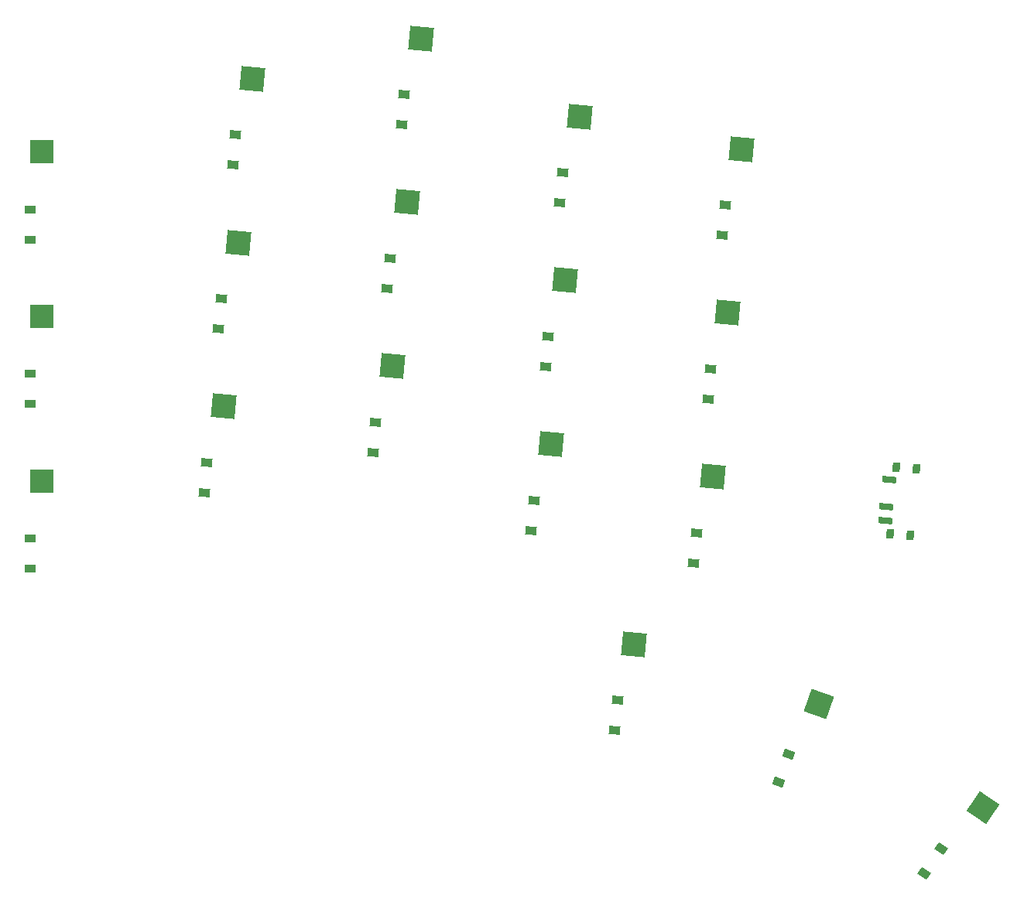
<source format=gbr>
%TF.GenerationSoftware,KiCad,Pcbnew,8.0.6*%
%TF.CreationDate,2024-11-20T19:49:45-07:00*%
%TF.ProjectId,board,626f6172-642e-46b6-9963-61645f706362,v1.0.0*%
%TF.SameCoordinates,Original*%
%TF.FileFunction,Paste,Bot*%
%TF.FilePolarity,Positive*%
%FSLAX46Y46*%
G04 Gerber Fmt 4.6, Leading zero omitted, Abs format (unit mm)*
G04 Created by KiCad (PCBNEW 8.0.6) date 2024-11-20 19:49:45*
%MOMM*%
%LPD*%
G01*
G04 APERTURE LIST*
G04 Aperture macros list*
%AMRotRect*
0 Rectangle, with rotation*
0 The origin of the aperture is its center*
0 $1 length*
0 $2 width*
0 $3 Rotation angle, in degrees counterclockwise*
0 Add horizontal line*
21,1,$1,$2,0,0,$3*%
G04 Aperture macros list end*
%ADD10R,1.200000X0.900000*%
%ADD11RotRect,2.600000X2.600000X355.000000*%
%ADD12RotRect,0.900000X1.200000X85.000000*%
%ADD13RotRect,2.600000X2.600000X340.500000*%
%ADD14RotRect,0.900000X1.200000X70.500000*%
%ADD15RotRect,2.600000X2.600000X326.000000*%
%ADD16R,2.600000X2.600000*%
%ADD17RotRect,0.900000X1.200000X56.000000*%
%ADD18RotRect,0.700000X1.500000X265.000000*%
%ADD19RotRect,1.000000X0.800000X265.000000*%
G04 APERTURE END LIST*
D10*
%TO.C,D2*%
X6975552Y12156658D03*
X6975552Y15456658D03*
%TD*%
D11*
%TO.C,S12*%
X67094101Y43625554D03*
%TD*%
D12*
%TO.C,D12*%
X64963483Y34181973D03*
X65251097Y37469415D03*
%TD*%
D11*
%TO.C,S9*%
X49772686Y52167720D03*
%TD*%
D12*
%TO.C,D10*%
X61825876Y-1681037D03*
X62113490Y1606405D03*
%TD*%
D11*
%TO.C,S5*%
X29749444Y29827851D03*
%TD*%
D12*
%TO.C,D5*%
X27618826Y20384269D03*
X27906440Y23671711D03*
%TD*%
D13*
%TO.C,S17*%
X93298243Y-20642376D03*
%TD*%
D12*
%TO.C,D4*%
X26050023Y2452765D03*
X26337637Y5740207D03*
%TD*%
D11*
%TO.C,S8*%
X48203883Y34236216D03*
%TD*%
%TO.C,S15*%
X84851294Y40064361D03*
%TD*%
D14*
%TO.C,D17*%
X88871007Y-29251693D03*
X89972569Y-26140977D03*
%TD*%
D11*
%TO.C,S14*%
X83282490Y22132857D03*
%TD*%
%TO.C,S4*%
X28180641Y11896346D03*
%TD*%
D12*
%TO.C,D6*%
X29187629Y38315774D03*
X29475243Y41603216D03*
%TD*%
D11*
%TO.C,S7*%
X46635080Y16304711D03*
%TD*%
D12*
%TO.C,D14*%
X81151872Y12689275D03*
X81439486Y15976717D03*
%TD*%
D11*
%TO.C,S6*%
X31318247Y47759356D03*
%TD*%
D12*
%TO.C,D15*%
X82720676Y30620780D03*
X83008290Y33908222D03*
%TD*%
%TO.C,D16*%
X70953747Y-23559839D03*
X71241361Y-20272397D03*
%TD*%
%TO.C,D8*%
X46073265Y24792634D03*
X46360879Y28080076D03*
%TD*%
D15*
%TO.C,S18*%
X111234252Y-32021773D03*
%TD*%
D11*
%TO.C,S13*%
X81713687Y4201352D03*
%TD*%
D16*
%TO.C,S3*%
X8275000Y39750000D03*
%TD*%
D12*
%TO.C,D13*%
X79583069Y-5242229D03*
X79870683Y-1954787D03*
%TD*%
D11*
%TO.C,S11*%
X65525297Y25694049D03*
%TD*%
D10*
%TO.C,D3*%
X6975552Y30156658D03*
X6975552Y33456658D03*
%TD*%
D17*
%TO.C,D18*%
X104792432Y-39248372D03*
X106637768Y-36512548D03*
%TD*%
D12*
%TO.C,D11*%
X63394679Y16250468D03*
X63682293Y19537910D03*
%TD*%
D11*
%TO.C,S10*%
X63956494Y7762545D03*
%TD*%
D16*
%TO.C,S1*%
X8275000Y3750000D03*
%TD*%
D12*
%TO.C,D9*%
X47642068Y42724139D03*
X47929682Y46011581D03*
%TD*%
D16*
%TO.C,S2*%
X8275000Y21750000D03*
%TD*%
D10*
%TO.C,D1*%
X6975552Y-5843342D03*
X6975552Y-2543342D03*
%TD*%
D12*
%TO.C,D7*%
X44504462Y6861130D03*
X44792076Y10148572D03*
%TD*%
D11*
%TO.C,S16*%
X73084365Y-14116257D03*
%TD*%
D18*
%TO.C,S19*%
X100952760Y3893961D03*
X100691292Y905376D03*
X100560559Y-588916D03*
D19*
X101722304Y5231982D03*
X101086067Y-2040239D03*
X103913933Y5040239D03*
X103277696Y-2231982D03*
%TD*%
M02*

</source>
